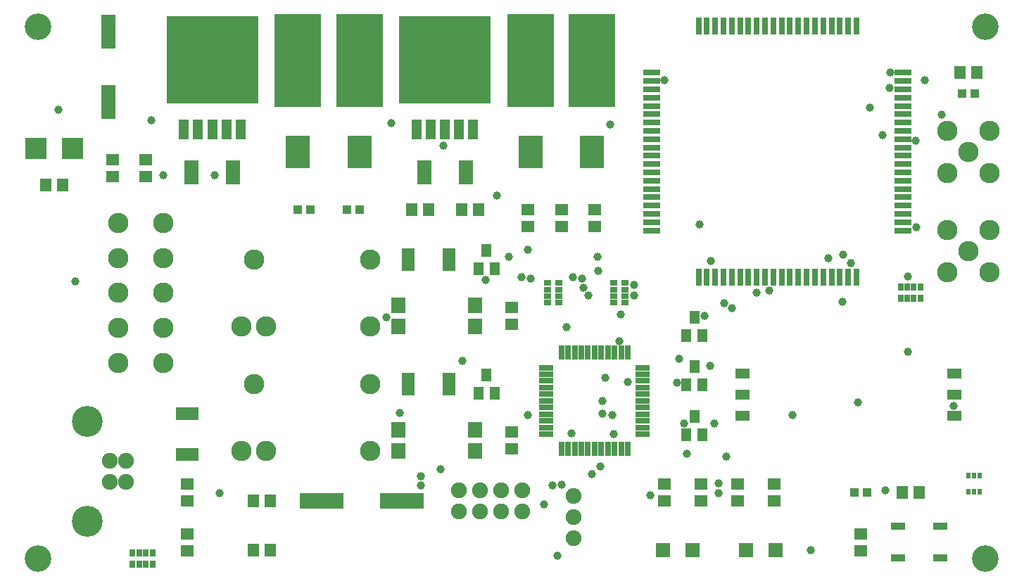
<source format=gbr>
G75*
%MOIN*%
%OFA0B0*%
%FSLAX25Y25*%
%IPPOS*%
%LPD*%
%AMOC8*
5,1,8,0,0,1.08239X$1,22.5*
%
%ADD10C,0.12598*%
%ADD11R,0.20787X0.07787*%
%ADD12R,0.05512X0.05906*%
%ADD13R,0.04331X0.03937*%
%ADD14R,0.06693X0.11417*%
%ADD15R,0.05906X0.05512*%
%ADD16R,0.43307X0.41772*%
%ADD17R,0.04987X0.09287*%
%ADD18R,0.02756X0.06693*%
%ADD19R,0.06693X0.02756*%
%ADD20R,0.07874X0.03150*%
%ADD21R,0.03150X0.07874*%
%ADD22C,0.07480*%
%ADD23C,0.14630*%
%ADD24R,0.22047X0.44094*%
%ADD25R,0.02756X0.03346*%
%ADD26R,0.06787X0.03787*%
%ADD27R,0.06693X0.04724*%
%ADD28R,0.06890X0.07795*%
%ADD29R,0.10236X0.10236*%
%ADD30R,0.06496X0.11024*%
%ADD31R,0.11811X0.15748*%
%ADD32R,0.02362X0.02756*%
%ADD33R,0.11024X0.06496*%
%ADD34R,0.04724X0.06299*%
%ADD35C,0.09646*%
%ADD36R,0.07087X0.16142*%
%ADD37R,0.03346X0.02756*%
%ADD38R,0.06693X0.06693*%
%ADD39C,0.03962*%
D10*
X0018717Y0013611D03*
X0467535Y0013611D03*
X0467535Y0265580D03*
X0018717Y0265580D03*
D11*
X0153260Y0041170D03*
X0191260Y0041170D03*
D12*
X0129016Y0041170D03*
X0121016Y0041170D03*
X0121016Y0017548D03*
X0129016Y0017548D03*
X0195819Y0178965D03*
X0203819Y0178965D03*
X0219441Y0178965D03*
X0227441Y0178965D03*
X0030591Y0190776D03*
X0022591Y0190776D03*
X0428102Y0045107D03*
X0436102Y0045107D03*
X0455661Y0243926D03*
X0463661Y0243926D03*
D13*
X0462661Y0234083D03*
X0456661Y0234083D03*
X0171323Y0178965D03*
X0165323Y0178965D03*
X0147701Y0178965D03*
X0141701Y0178965D03*
X0405480Y0045107D03*
X0411480Y0045107D03*
D14*
X0221472Y0196682D03*
X0201787Y0196682D03*
X0111236Y0196682D03*
X0091551Y0196682D03*
D15*
X0069898Y0194650D03*
X0069898Y0202650D03*
X0054150Y0202650D03*
X0054150Y0194650D03*
X0243126Y0132847D03*
X0243126Y0124847D03*
X0251000Y0171028D03*
X0251000Y0179028D03*
X0266748Y0179028D03*
X0266748Y0171028D03*
X0282496Y0171028D03*
X0282496Y0179028D03*
X0243126Y0073792D03*
X0243126Y0065792D03*
X0315567Y0049107D03*
X0315567Y0041107D03*
X0332890Y0041107D03*
X0332890Y0049107D03*
X0350213Y0049107D03*
X0350213Y0041107D03*
X0367535Y0041107D03*
X0367535Y0049107D03*
X0408480Y0025485D03*
X0408480Y0017485D03*
X0089583Y0017485D03*
X0089583Y0025485D03*
X0089583Y0041107D03*
X0089583Y0049107D03*
D16*
X0101394Y0249989D03*
X0211630Y0249989D03*
D17*
X0211630Y0217189D03*
X0204930Y0217189D03*
X0198230Y0217189D03*
X0218330Y0217189D03*
X0225030Y0217189D03*
X0114794Y0217189D03*
X0108094Y0217189D03*
X0101394Y0217189D03*
X0094694Y0217189D03*
X0087994Y0217189D03*
D18*
X0266748Y0111249D03*
X0269898Y0111249D03*
X0273047Y0111249D03*
X0276197Y0111249D03*
X0279346Y0111249D03*
X0282496Y0111249D03*
X0285646Y0111249D03*
X0288795Y0111249D03*
X0291945Y0111249D03*
X0295094Y0111249D03*
X0298244Y0111249D03*
X0298244Y0065580D03*
X0295094Y0065580D03*
X0291945Y0065580D03*
X0288795Y0065580D03*
X0285646Y0065580D03*
X0282496Y0065580D03*
X0279346Y0065580D03*
X0276197Y0065580D03*
X0273047Y0065580D03*
X0269898Y0065580D03*
X0266748Y0065580D03*
D19*
X0259661Y0072666D03*
X0259661Y0075816D03*
X0259661Y0078965D03*
X0259661Y0082115D03*
X0259661Y0085265D03*
X0259661Y0088414D03*
X0259661Y0091564D03*
X0259661Y0094713D03*
X0259661Y0097863D03*
X0259661Y0101013D03*
X0259661Y0104162D03*
X0305331Y0104162D03*
X0305331Y0101013D03*
X0305331Y0097863D03*
X0305331Y0094713D03*
X0305331Y0091564D03*
X0305331Y0088414D03*
X0305331Y0085265D03*
X0305331Y0082115D03*
X0305331Y0078965D03*
X0305331Y0075816D03*
X0305331Y0072666D03*
D20*
X0309661Y0169123D03*
X0309661Y0173060D03*
X0309661Y0176997D03*
X0309661Y0180934D03*
X0309661Y0184871D03*
X0309661Y0188808D03*
X0309661Y0192745D03*
X0309661Y0196682D03*
X0309661Y0200619D03*
X0309661Y0204556D03*
X0309661Y0208493D03*
X0309661Y0212430D03*
X0309661Y0216367D03*
X0309661Y0220304D03*
X0309661Y0224241D03*
X0309661Y0228178D03*
X0309661Y0232115D03*
X0309661Y0236052D03*
X0309661Y0239989D03*
X0309661Y0243926D03*
X0428559Y0243926D03*
X0428559Y0239989D03*
X0428559Y0236052D03*
X0428559Y0232115D03*
X0428559Y0228178D03*
X0428559Y0224241D03*
X0428559Y0220304D03*
X0428559Y0216367D03*
X0428559Y0212430D03*
X0428559Y0208493D03*
X0428559Y0204556D03*
X0428559Y0200619D03*
X0428559Y0196682D03*
X0428559Y0192745D03*
X0428559Y0188808D03*
X0428559Y0184871D03*
X0428559Y0180934D03*
X0428559Y0176997D03*
X0428559Y0173060D03*
X0428559Y0169123D03*
D21*
X0406512Y0147076D03*
X0402575Y0147076D03*
X0398638Y0147076D03*
X0394701Y0147076D03*
X0390764Y0147076D03*
X0386827Y0147076D03*
X0382890Y0147076D03*
X0378953Y0147076D03*
X0375016Y0147076D03*
X0371079Y0147076D03*
X0367142Y0147076D03*
X0363205Y0147076D03*
X0359268Y0147076D03*
X0355331Y0147076D03*
X0351394Y0147076D03*
X0347457Y0147076D03*
X0343520Y0147076D03*
X0339583Y0147076D03*
X0335646Y0147076D03*
X0331709Y0147076D03*
X0331709Y0265973D03*
X0335646Y0265973D03*
X0339583Y0265973D03*
X0343520Y0265973D03*
X0347457Y0265973D03*
X0351394Y0265973D03*
X0355331Y0265973D03*
X0359268Y0265973D03*
X0363205Y0265973D03*
X0367142Y0265973D03*
X0371079Y0265973D03*
X0375016Y0265973D03*
X0378953Y0265973D03*
X0382890Y0265973D03*
X0386827Y0265973D03*
X0390764Y0265973D03*
X0394701Y0265973D03*
X0398638Y0265973D03*
X0402575Y0265973D03*
X0406512Y0265973D03*
D22*
X0060572Y0059871D03*
X0052772Y0059871D03*
X0052772Y0050028D03*
X0060572Y0050028D03*
X0218283Y0046170D03*
X0228283Y0046170D03*
X0238283Y0046170D03*
X0248283Y0046170D03*
X0248283Y0036170D03*
X0238283Y0036170D03*
X0228283Y0036170D03*
X0218283Y0036170D03*
X0272654Y0033296D03*
X0272654Y0023296D03*
X0272654Y0043296D03*
D23*
X0042072Y0031250D03*
X0042072Y0078650D03*
D24*
X0141945Y0249831D03*
X0171079Y0249831D03*
X0252181Y0249831D03*
X0281315Y0249831D03*
D25*
X0427378Y0142253D03*
X0430528Y0142253D03*
X0433677Y0142253D03*
X0436827Y0142253D03*
X0436827Y0136938D03*
X0433677Y0136938D03*
X0430528Y0136938D03*
X0427378Y0136938D03*
X0073047Y0016269D03*
X0069898Y0016269D03*
X0066748Y0016269D03*
X0063598Y0016269D03*
X0063598Y0010954D03*
X0066748Y0010954D03*
X0069898Y0010954D03*
X0073047Y0010954D03*
D26*
X0426039Y0013985D03*
X0446039Y0013985D03*
X0446039Y0028985D03*
X0426039Y0028985D03*
D27*
X0452772Y0081524D03*
X0452772Y0091367D03*
X0452772Y0101209D03*
X0352378Y0101209D03*
X0352378Y0091367D03*
X0352378Y0081524D03*
D28*
X0225803Y0074792D03*
X0225803Y0064792D03*
X0189583Y0064792D03*
X0189583Y0074792D03*
X0189583Y0123847D03*
X0189583Y0133847D03*
X0225803Y0133847D03*
X0225803Y0123847D03*
D29*
X0035252Y0208099D03*
X0017929Y0208099D03*
D30*
X0194130Y0155343D03*
X0213382Y0155343D03*
X0213382Y0096288D03*
X0194130Y0096288D03*
D31*
X0171079Y0206524D03*
X0141945Y0206524D03*
X0252181Y0206524D03*
X0281315Y0206524D03*
D32*
X0459661Y0052981D03*
X0462220Y0052981D03*
X0464780Y0052981D03*
X0464780Y0045501D03*
X0462220Y0045501D03*
X0459661Y0045501D03*
D33*
X0089583Y0063040D03*
X0089583Y0082292D03*
D34*
X0227575Y0091957D03*
X0235055Y0091957D03*
X0231315Y0100619D03*
X0235055Y0151013D03*
X0227575Y0151013D03*
X0231315Y0159674D03*
X0326000Y0119517D03*
X0333480Y0119517D03*
X0329740Y0128178D03*
X0329740Y0104556D03*
X0326000Y0095894D03*
X0333480Y0095894D03*
X0329740Y0080934D03*
X0326000Y0072272D03*
X0333480Y0072272D03*
D35*
X0449661Y0149280D03*
X0459661Y0159280D03*
X0449661Y0169280D03*
X0469661Y0169280D03*
X0469661Y0149280D03*
X0469661Y0196524D03*
X0459661Y0206524D03*
X0449661Y0196524D03*
X0449661Y0216524D03*
X0469661Y0216524D03*
X0176197Y0155343D03*
X0176197Y0123847D03*
X0126984Y0123847D03*
X0115173Y0123847D03*
X0078362Y0123060D03*
X0056709Y0123060D03*
X0056709Y0139595D03*
X0078362Y0139595D03*
X0078362Y0156131D03*
X0056709Y0156131D03*
X0056709Y0172666D03*
X0078362Y0172666D03*
X0121079Y0155343D03*
X0078362Y0106524D03*
X0056709Y0106524D03*
X0121079Y0096288D03*
X0126984Y0064792D03*
X0115173Y0064792D03*
X0176197Y0064792D03*
X0176197Y0096288D03*
D36*
X0052181Y0229950D03*
X0052181Y0263414D03*
D37*
X0260154Y0144320D03*
X0260154Y0141170D03*
X0260154Y0138020D03*
X0260154Y0134871D03*
X0265469Y0134871D03*
X0265469Y0138020D03*
X0265469Y0141170D03*
X0265469Y0144320D03*
X0291650Y0144320D03*
X0291650Y0141170D03*
X0291650Y0138020D03*
X0291650Y0134871D03*
X0296965Y0134871D03*
X0296965Y0138020D03*
X0296965Y0141170D03*
X0296965Y0144320D03*
D38*
X0314976Y0017548D03*
X0328756Y0017548D03*
X0354346Y0017548D03*
X0368126Y0017548D03*
D39*
X0384858Y0017548D03*
X0420291Y0045894D03*
X0376098Y0081741D03*
X0407220Y0087843D03*
X0431020Y0111643D03*
X0452378Y0086013D03*
X0399898Y0135442D03*
X0403736Y0153532D03*
X0400213Y0157706D03*
X0393185Y0156190D03*
X0365173Y0140776D03*
X0359268Y0139595D03*
X0347417Y0132391D03*
X0343756Y0134831D03*
X0334386Y0128847D03*
X0301039Y0138493D03*
X0301039Y0143375D03*
X0284189Y0150087D03*
X0276630Y0146426D03*
X0272358Y0147036D03*
X0277240Y0142154D03*
X0279681Y0138493D03*
X0294937Y0129202D03*
X0294307Y0116761D03*
X0269307Y0123237D03*
X0252220Y0146426D03*
X0247949Y0147036D03*
X0241846Y0156800D03*
X0251000Y0160068D03*
X0230862Y0145816D03*
X0183874Y0128119D03*
X0219878Y0107371D03*
X0190232Y0082706D03*
X0209583Y0056190D03*
X0200213Y0052587D03*
X0200213Y0048257D03*
X0258480Y0039202D03*
X0262417Y0048257D03*
X0266748Y0048650D03*
X0281315Y0053769D03*
X0285252Y0057312D03*
X0308874Y0043532D03*
X0341157Y0044713D03*
X0341157Y0049438D03*
X0344957Y0062017D03*
X0326197Y0063217D03*
X0325016Y0077784D03*
X0339189Y0077784D03*
X0321472Y0097076D03*
X0337043Y0104930D03*
X0322437Y0108198D03*
X0298244Y0097469D03*
X0287614Y0099438D03*
X0286039Y0088414D03*
X0286039Y0082509D03*
X0290764Y0081721D03*
X0291551Y0072666D03*
X0271571Y0072942D03*
X0251000Y0081741D03*
X0264780Y0015186D03*
X0105016Y0044733D03*
X0036433Y0145107D03*
X0078146Y0195245D03*
X0102614Y0195245D03*
X0072654Y0221485D03*
X0028559Y0226209D03*
X0186039Y0219910D03*
X0210724Y0209280D03*
X0236039Y0185658D03*
X0283953Y0156800D03*
X0332102Y0171879D03*
X0337614Y0154556D03*
X0430921Y0147469D03*
X0434701Y0170855D03*
X0434681Y0211721D03*
X0418717Y0214398D03*
X0412811Y0227391D03*
X0422260Y0236839D03*
X0422476Y0244064D03*
X0438953Y0240402D03*
X0446886Y0223926D03*
X0315685Y0240402D03*
X0289976Y0219517D03*
M02*

</source>
